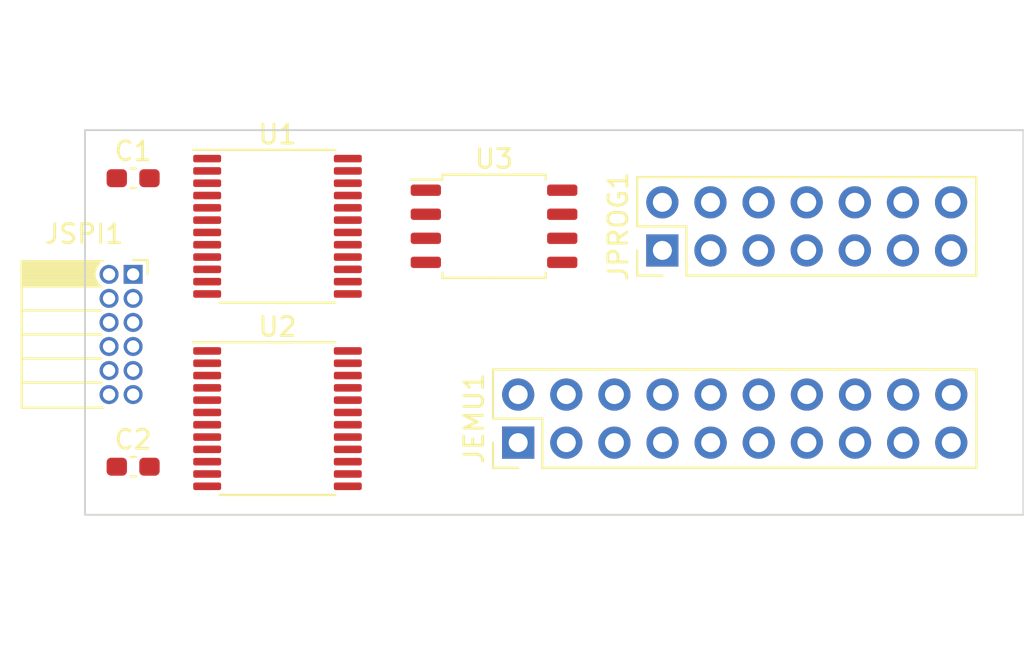
<source format=kicad_pcb>
(kicad_pcb (version 20220211) (generator pcbnew)
  (layers (0 "F.Cu" signal) (31 "B.Cu" signal) (34 "B.Paste" user) (35 "F.Paste" user) (36 "B.SilkS" user "B.Silkscreen") (37 "F.SilkS" user "F.Silkscreen") (38 "B.Mask" user) (39 "F.Mask" user) (44 "Edge.Cuts" user))
  (net 0 "")
  (net 1 "+1V8")
  (net 2 "Net-(JSPI1-DO)")
  (net 3 "Net-(JSPI1-CS#)")
  (net 4 "GND")
  (net 6 "Net-(JSPI1-WP#)")
  (net 7 "Net-(JSPI1-RST#)")
  (net 9 "Net-(JSPI1-CLK)")
  (net 10 "Net-(JSPI1-DI)")
  (net 11 "Net-(U1-NC2)")
  (net 12 "Net-(U1-NC1)")
  (net 14 "Net-(U1-NO1)")
  (net 15 "Net-(U1-NO2)")
  (net 17 "Net-(U1-NO3)")
  (net 18 "Net-(U1-NO6)")
  (net 19 "Net-(U1-NO4)")
  (net 20 "Net-(U1-NO5)")
  (net 21 "Net-(U1-NC5)")
  (net 22 "Net-(U1-NC4)")
  (net 23 "Net-(U1-NC6)")
  (net 24 "Net-(U1-NC3)")
  (footprint "Capacitor_SMD:C_0603_1608Metric_Pad1.08x0.95mm_HandSolder" (layer "F.Cu") (at 124.46 121.92)
    (fp_text reference "C2" (at 0 -1.43) (layer "F.SilkS"))
    (fp_text value "0.1 uF")
    (fp_line (start -0.146267 -0.51) (end 0.146267 -0.51) (stroke (width 0.12)) (layer "F.SilkS"))
    (fp_line (start -0.146267 0.51) (end 0.146267 0.51) (stroke (width 0.12)) (layer "F.SilkS"))
    (pad "1" smd roundrect (at -0.8625 0) (size 1.075 0.95) (layers "F.Cu" "F.Paste" "F.Mask") (net 1 "+1V8"))
    (pad "2" smd roundrect (at 0.8625 0) (size 1.075 0.95) (layers "F.Cu" "F.Paste" "F.Mask") (net 4 "GND"))
  )
  (footprint "Capacitor_SMD:C_0603_1608Metric_Pad1.08x0.95mm_HandSolder" (layer "F.Cu") (at 124.46 106.68)
    (fp_text reference "C1" (at 0 -1.43) (layer "F.SilkS"))
    (fp_text value "0.1 uF")
    (fp_line (start -0.146267 -0.51) (end 0.146267 -0.51) (stroke (width 0.12)) (layer "F.SilkS"))
    (fp_line (start -0.146267 0.51) (end 0.146267 0.51) (stroke (width 0.12)) (layer "F.SilkS"))
    (pad "1" smd roundrect (at -0.8625 0) (size 1.075 0.95) (layers "F.Cu" "F.Paste" "F.Mask") (net 1 "+1V8"))
    (pad "2" smd roundrect (at 0.8625 0) (size 1.075 0.95) (layers "F.Cu" "F.Paste" "F.Mask") (net 4 "GND"))
  )
  (footprint "Package_SO:TSSOP-24_6.1x7.8mm_P0.65mm" (layer "F.Cu") (at 132.08 119.38)
    (fp_text reference "U2" (at 0 -4.85) (layer "F.SilkS"))
    (fp_text value "TS3A27518E")
    (fp_line (start 0 -4.035) (end -4.45 -4.035) (stroke (width 0.12)) (layer "F.SilkS"))
    (fp_line (start 0 -4.035) (end 3.05 -4.035) (stroke (width 0.12)) (layer "F.SilkS"))
    (fp_line (start 0 4.035) (end -3.05 4.035) (stroke (width 0.12)) (layer "F.SilkS"))
    (fp_line (start 0 4.035) (end 3.05 4.035) (stroke (width 0.12)) (layer "F.SilkS"))
    (pad "1" smd roundrect (at -3.7125 -3.575) (size 1.475 0.4) (layers "F.Cu" "F.Paste" "F.Mask"))
    (pad "2" smd roundrect (at -3.7125 -2.925) (size 1.475 0.4) (layers "F.Cu" "F.Paste" "F.Mask"))
    (pad "3" smd roundrect (at -3.7125 -2.275) (size 1.475 0.4) (layers "F.Cu" "F.Paste" "F.Mask"))
    (pad "4" smd roundrect (at -3.7125 -1.625) (size 1.475 0.4) (layers "F.Cu" "F.Paste" "F.Mask") (net 12 "Net-(U1-NC1)"))
    (pad "5" smd roundrect (at -3.7125 -0.975) (size 1.475 0.4) (layers "F.Cu" "F.Paste" "F.Mask") (net 4 "GND"))
    (pad "6" smd roundrect (at -3.7125 -0.325) (size 1.475 0.4) (layers "F.Cu" "F.Paste" "F.Mask") (net 11 "Net-(U1-NC2)"))
    (pad "7" smd roundrect (at -3.7125 0.325) (size 1.475 0.4) (layers "F.Cu" "F.Paste" "F.Mask") (net 24 "Net-(U1-NC3)"))
    (pad "8" smd roundrect (at -3.7125 0.975) (size 1.475 0.4) (layers "F.Cu" "F.Paste" "F.Mask") (net 1 "+1V8"))
    (pad "9" smd roundrect (at -3.7125 1.625) (size 1.475 0.4) (layers "F.Cu" "F.Paste" "F.Mask") (net 22 "Net-(U1-NC4)"))
    (pad "10" smd roundrect (at -3.7125 2.275) (size 1.475 0.4) (layers "F.Cu" "F.Paste" "F.Mask") (net 21 "Net-(U1-NC5)"))
    (pad "11" smd roundrect (at -3.7125 2.925) (size 1.475 0.4) (layers "F.Cu" "F.Paste" "F.Mask"))
    (pad "12" smd roundrect (at -3.7125 3.575) (size 1.475 0.4) (layers "F.Cu" "F.Paste" "F.Mask") (net 23 "Net-(U1-NC6)"))
    (pad "13" smd roundrect (at 3.7125 3.575) (size 1.475 0.4) (layers "F.Cu" "F.Paste" "F.Mask"))
    (pad "14" smd roundrect (at 3.7125 2.925) (size 1.475 0.4) (layers "F.Cu" "F.Paste" "F.Mask"))
    (pad "15" smd roundrect (at 3.7125 2.275) (size 1.475 0.4) (layers "F.Cu" "F.Paste" "F.Mask"))
    (pad "16" smd roundrect (at 3.7125 1.625) (size 1.475 0.4) (layers "F.Cu" "F.Paste" "F.Mask"))
    (pad "17" smd roundrect (at 3.7125 0.975) (size 1.475 0.4) (layers "F.Cu" "F.Paste" "F.Mask"))
    (pad "18" smd roundrect (at 3.7125 0.325) (size 1.475 0.4) (layers "F.Cu" "F.Paste" "F.Mask"))
    (pad "19" smd roundrect (at 3.7125 -0.325) (size 1.475 0.4) (layers "F.Cu" "F.Paste" "F.Mask"))
    (pad "20" smd roundrect (at 3.7125 -0.975) (size 1.475 0.4) (layers "F.Cu" "F.Paste" "F.Mask") (net 4 "GND"))
    (pad "21" smd roundrect (at 3.7125 -1.625) (size 1.475 0.4) (layers "F.Cu" "F.Paste" "F.Mask"))
    (pad "22" smd roundrect (at 3.7125 -2.275) (size 1.475 0.4) (layers "F.Cu" "F.Paste" "F.Mask"))
    (pad "23" smd roundrect (at 3.7125 -2.925) (size 1.475 0.4) (layers "F.Cu" "F.Paste" "F.Mask"))
    (pad "24" smd roundrect (at 3.7125 -3.575) (size 1.475 0.4) (layers "F.Cu" "F.Paste" "F.Mask"))
  )
  (footprint "Connector_PinSocket_1.27mm:PinSocket_2x06_P1.27mm_Horizontal" (layer "F.Cu") (at 124.46 111.76)
    (fp_text reference "JSPI1" (at -2.5925 -2.135) (layer "F.SilkS"))
    (fp_text value "Conn_JSPI1")
    (fp_line (start -5.88 -0.695) (end -5.88 7.045) (stroke (width 0.12)) (layer "F.SilkS"))
    (fp_line (start -5.88 -0.695) (end -1.57753 -0.695) (stroke (width 0.12)) (layer "F.SilkS"))
    (fp_line (start -5.88 -0.575) (end -1.766966 -0.575) (stroke (width 0.12)) (layer "F.SilkS"))
    (fp_line (start -5.88 -0.465) (end -1.871145 -0.465) (stroke (width 0.12)) (layer "F.SilkS"))
    (fp_line (start -5.88 -0.355) (end -1.941993 -0.355) (stroke (width 0.12)) (layer "F.SilkS"))
    (fp_line (start -5.88 -0.245) (end -1.989427 -0.245) (stroke (width 0.12)) (layer "F.SilkS"))
    (fp_line (start -5.88 -0.135) (end -2.017914 -0.135) (stroke (width 0.12)) (layer "F.SilkS"))
    (fp_line (start -5.88 -0.025) (end -2.029589 -0.025) (stroke (width 0.12)) (layer "F.SilkS"))
    (fp_line (start -5.88 0.085) (end -2.025232 0.085) (stroke (width 0.12)) (layer "F.SilkS"))
    (fp_line (start -5.88 0.195) (end -2.004558 0.195) (stroke (width 0.12)) (layer "F.SilkS"))
    (fp_line (start -5.88 0.305) (end -1.966114 0.305) (stroke (width 0.12)) (layer "F.SilkS"))
    (fp_line (start -5.88 0.415) (end -1.906691 0.415) (stroke (width 0.12)) (layer "F.SilkS"))
    (fp_line (start -5.88 0.525) (end -1.819523 0.525) (stroke (width 0.12)) (layer "F.SilkS"))
    (fp_line (start -5.88 0.635) (end -1.687582 0.635) (stroke (width 0.12)) (layer "F.SilkS"))
    (fp_line (start -5.88 1.905) (end -1.687582 1.905) (stroke (width 0.12)) (layer "F.SilkS"))
    (fp_line (start -5.88 3.175) (end -1.687582 3.175) (stroke (width 0.12)) (layer "F.SilkS"))
    (fp_line (start -5.88 4.445) (end -1.687582 4.445) (stroke (width 0.12)) (layer "F.SilkS"))
    (fp_line (start -5.88 5.715) (end -1.687582 5.715) (stroke (width 0.12)) (layer "F.SilkS"))
    (fp_line (start -5.88 7.045) (end -1.57753 7.045) (stroke (width 0.12)) (layer "F.SilkS"))
    (fp_line (start 0 -0.76) (end 0.76 -0.76) (stroke (width 0.12)) (layer "F.SilkS"))
    (fp_line (start 0.76 -0.76) (end 0.76 0) (stroke (width 0.12)) (layer "F.SilkS"))
    (pad "1" thru_hole rect (at 0 0) (size 1 1) (drill 0.65) (layers *.Cu *.Mask) (net 1 "+1V8"))
    (pad "2" thru_hole oval (at -1.27 0) (size 1 1) (drill 0.65) (layers *.Cu *.Mask) (net 2 "Net-(JSPI1-DO)"))
    (pad "3" thru_hole oval (at 0 1.27) (size 1 1) (drill 0.65) (layers *.Cu *.Mask) (net 3 "Net-(JSPI1-CS#)"))
    (pad "4" thru_hole oval (at -1.27 1.27) (size 1 1) (drill 0.65) (layers *.Cu *.Mask) (net 4 "GND"))
    (pad "5" thru_hole oval (at 0 2.54) (size 1 1) (drill 0.65) (layers *.Cu *.Mask))
    (pad "6" thru_hole oval (at -1.27 2.54) (size 1 1) (drill 0.65) (layers *.Cu *.Mask) (net 6 "Net-(JSPI1-WP#)"))
    (pad "7" thru_hole oval (at 0 3.81) (size 1 1) (drill 0.65) (layers *.Cu *.Mask) (net 7 "Net-(JSPI1-RST#)"))
    (pad "8" thru_hole oval (at -1.27 3.81) (size 1 1) (drill 0.65) (layers *.Cu *.Mask))
    (pad "9" thru_hole oval (at 0 5.08) (size 1 1) (drill 0.65) (layers *.Cu *.Mask) (net 4 "GND"))
    (pad "10" thru_hole oval (at -1.27 5.08) (size 1 1) (drill 0.65) (layers *.Cu *.Mask) (net 9 "Net-(JSPI1-CLK)"))
    (pad "11" thru_hole oval (at 0 6.35) (size 1 1) (drill 0.65) (layers *.Cu *.Mask) (net 10 "Net-(JSPI1-DI)"))
    (pad "12" thru_hole oval (at -1.27 6.35) (size 1 1) (drill 0.65) (layers *.Cu *.Mask) (net 1 "+1V8"))
  )
  (footprint "Package_SO:TSSOP-24_6.1x7.8mm_P0.65mm" (layer "F.Cu") (at 132.08 109.22)
    (fp_text reference "U1" (at 0 -4.85) (layer "F.SilkS"))
    (fp_text value "TS3A27518E")
    (fp_line (start 0 -4.035) (end -4.45 -4.035) (stroke (width 0.12)) (layer "F.SilkS"))
    (fp_line (start 0 -4.035) (end 3.05 -4.035) (stroke (width 0.12)) (layer "F.SilkS"))
    (fp_line (start 0 4.035) (end -3.05 4.035) (stroke (width 0.12)) (layer "F.SilkS"))
    (fp_line (start 0 4.035) (end 3.05 4.035) (stroke (width 0.12)) (layer "F.SilkS"))
    (pad "1" smd roundrect (at -3.7125 -3.575) (size 1.475 0.4) (layers "F.Cu" "F.Paste" "F.Mask") (net 11 "Net-(U1-NC2)"))
    (pad "2" smd roundrect (at -3.7125 -2.925) (size 1.475 0.4) (layers "F.Cu" "F.Paste" "F.Mask") (net 12 "Net-(U1-NC1)"))
    (pad "3" smd roundrect (at -3.7125 -2.275) (size 1.475 0.4) (layers "F.Cu" "F.Paste" "F.Mask"))
    (pad "4" smd roundrect (at -3.7125 -1.625) (size 1.475 0.4) (layers "F.Cu" "F.Paste" "F.Mask") (net 2 "Net-(JSPI1-DO)"))
    (pad "5" smd roundrect (at -3.7125 -0.975) (size 1.475 0.4) (layers "F.Cu" "F.Paste" "F.Mask") (net 4 "GND"))
    (pad "6" smd roundrect (at -3.7125 -0.325) (size 1.475 0.4) (layers "F.Cu" "F.Paste" "F.Mask") (net 10 "Net-(JSPI1-DI)"))
    (pad "7" smd roundrect (at -3.7125 0.325) (size 1.475 0.4) (layers "F.Cu" "F.Paste" "F.Mask") (net 9 "Net-(JSPI1-CLK)"))
    (pad "8" smd roundrect (at -3.7125 0.975) (size 1.475 0.4) (layers "F.Cu" "F.Paste" "F.Mask") (net 1 "+1V8"))
    (pad "9" smd roundrect (at -3.7125 1.625) (size 1.475 0.4) (layers "F.Cu" "F.Paste" "F.Mask") (net 7 "Net-(JSPI1-RST#)"))
    (pad "10" smd roundrect (at -3.7125 2.275) (size 1.475 0.4) (layers "F.Cu" "F.Paste" "F.Mask") (net 6 "Net-(JSPI1-WP#)"))
    (pad "11" smd roundrect (at -3.7125 2.925) (size 1.475 0.4) (layers "F.Cu" "F.Paste" "F.Mask") (net 14 "Net-(U1-NO1)"))
    (pad "12" smd roundrect (at -3.7125 3.575) (size 1.475 0.4) (layers "F.Cu" "F.Paste" "F.Mask") (net 3 "Net-(JSPI1-CS#)"))
    (pad "13" smd roundrect (at 3.7125 3.575) (size 1.475 0.4) (layers "F.Cu" "F.Paste" "F.Mask") (net 15 "Net-(U1-NO2)"))
    (pad "14" smd roundrect (at 3.7125 2.925) (size 1.475 0.4) (layers "F.Cu" "F.Paste" "F.Mask"))
    (pad "15" smd roundrect (at 3.7125 2.275) (size 1.475 0.4) (layers "F.Cu" "F.Paste" "F.Mask") (net 17 "Net-(U1-NO3)"))
    (pad "16" smd roundrect (at 3.7125 1.625) (size 1.475 0.4) (layers "F.Cu" "F.Paste" "F.Mask") (net 18 "Net-(U1-NO6)"))
    (pad "17" smd roundrect (at 3.7125 0.975) (size 1.475 0.4) (layers "F.Cu" "F.Paste" "F.Mask") (net 19 "Net-(U1-NO4)"))
    (pad "18" smd roundrect (at 3.7125 0.325) (size 1.475 0.4) (layers "F.Cu" "F.Paste" "F.Mask") (net 20 "Net-(U1-NO5)"))
    (pad "19" smd roundrect (at 3.7125 -0.325) (size 1.475 0.4) (layers "F.Cu" "F.Paste" "F.Mask") (net 21 "Net-(U1-NC5)"))
    (pad "20" smd roundrect (at 3.7125 -0.975) (size 1.475 0.4) (layers "F.Cu" "F.Paste" "F.Mask") (net 4 "GND"))
    (pad "21" smd roundrect (at 3.7125 -1.625) (size 1.475 0.4) (layers "F.Cu" "F.Paste" "F.Mask") (net 22 "Net-(U1-NC4)"))
    (pad "22" smd roundrect (at 3.7125 -2.275) (size 1.475 0.4) (layers "F.Cu" "F.Paste" "F.Mask") (net 23 "Net-(U1-NC6)"))
    (pad "23" smd roundrect (at 3.7125 -2.925) (size 1.475 0.4) (layers "F.Cu" "F.Paste" "F.Mask") (net 24 "Net-(U1-NC3)"))
    (pad "24" smd roundrect (at 3.7125 -3.575) (size 1.475 0.4) (layers "F.Cu" "F.Paste" "F.Mask"))
  )
  (footprint "Package_SO:SOIC-8_5.23x5.23mm_P1.27mm" (layer "F.Cu") (at 143.51 109.22)
    (fp_text reference "U3" (at 0 -3.56) (layer "F.SilkS"))
    (fp_text value "W25Q128JVS")
    (fp_line (start -2.725 -2.725) (end -2.725 -2.465) (stroke (width 0.12)) (layer "F.SilkS"))
    (fp_line (start -2.725 -2.465) (end -4.4 -2.465) (stroke (width 0.12)) (layer "F.SilkS"))
    (fp_line (start -2.725 2.725) (end -2.725 2.465) (stroke (width 0.12)) (layer "F.SilkS"))
    (fp_line (start 0 -2.725) (end -2.725 -2.725) (stroke (width 0.12)) (layer "F.SilkS"))
    (fp_line (start 0 -2.725) (end 2.725 -2.725) (stroke (width 0.12)) (layer "F.SilkS"))
    (fp_line (start 0 2.725) (end -2.725 2.725) (stroke (width 0.12)) (layer "F.SilkS"))
    (fp_line (start 0 2.725) (end 2.725 2.725) (stroke (width 0.12)) (layer "F.SilkS"))
    (fp_line (start 2.725 -2.725) (end 2.725 -2.465) (stroke (width 0.12)) (layer "F.SilkS"))
    (fp_line (start 2.725 2.725) (end 2.725 2.465) (stroke (width 0.12)) (layer "F.SilkS"))
    (pad "1" smd roundrect (at -3.6 -1.905) (size 1.6 0.6) (layers "F.Cu" "F.Paste" "F.Mask") (net 18 "Net-(U1-NO6)"))
    (pad "2" smd roundrect (at -3.6 -0.635) (size 1.6 0.6) (layers "F.Cu" "F.Paste" "F.Mask") (net 14 "Net-(U1-NO1)"))
    (pad "3" smd roundrect (at -3.6 0.635) (size 1.6 0.6) (layers "F.Cu" "F.Paste" "F.Mask") (net 20 "Net-(U1-NO5)"))
    (pad "4" smd roundrect (at -3.6 1.905) (size 1.6 0.6) (layers "F.Cu" "F.Paste" "F.Mask") (net 4 "GND"))
    (pad "5" smd roundrect (at 3.6 1.905) (size 1.6 0.6) (layers "F.Cu" "F.Paste" "F.Mask") (net 15 "Net-(U1-NO2)"))
    (pad "6" smd roundrect (at 3.6 0.635) (size 1.6 0.6) (layers "F.Cu" "F.Paste" "F.Mask") (net 17 "Net-(U1-NO3)"))
    (pad "7" smd roundrect (at 3.6 -0.635) (size 1.6 0.6) (layers "F.Cu" "F.Paste" "F.Mask") (net 19 "Net-(U1-NO4)"))
    (pad "8" smd roundrect (at 3.6 -1.905) (size 1.6 0.6) (layers "F.Cu" "F.Paste" "F.Mask") (net 1 "+1V8"))
  )
  (footprint "Connector_PinHeader_2.54mm:PinHeader_2x07_P2.54mm_Vertical" (layer "F.Cu") (at 152.395 110.495 90)
    (fp_text reference "JPROG1" (at 1.27 -2.33 90) (layer "F.SilkS"))
    (fp_text value "Conn_02x07_Counter_Clockwise")
    (fp_line (start -1.33 -1.33) (end 0 -1.33) (stroke (width 0.12)) (layer "F.SilkS"))
    (fp_line (start -1.33 0) (end -1.33 -1.33) (stroke (width 0.12)) (layer "F.SilkS"))
    (fp_line (start -1.33 1.27) (end -1.33 16.57) (stroke (width 0.12)) (layer "F.SilkS"))
    (fp_line (start -1.33 1.27) (end 1.27 1.27) (stroke (width 0.12)) (layer "F.SilkS"))
    (fp_line (start -1.33 16.57) (end 3.87 16.57) (stroke (width 0.12)) (layer "F.SilkS"))
    (fp_line (start 1.27 -1.33) (end 3.87 -1.33) (stroke (width 0.12)) (layer "F.SilkS"))
    (fp_line (start 1.27 1.27) (end 1.27 -1.33) (stroke (width 0.12)) (layer "F.SilkS"))
    (fp_line (start 3.87 -1.33) (end 3.87 16.57) (stroke (width 0.12)) (layer "F.SilkS"))
    (pad "1" thru_hole rect (at 0 0 90) (size 1.7 1.7) (drill 1) (layers *.Cu *.Mask))
    (pad "2" thru_hole oval (at 2.54 0 90) (size 1.7 1.7) (drill 1) (layers *.Cu *.Mask))
    (pad "3" thru_hole oval (at 0 2.54 90) (size 1.7 1.7) (drill 1) (layers *.Cu *.Mask))
    (pad "4" thru_hole oval (at 2.54 2.54 90) (size 1.7 1.7) (drill 1) (layers *.Cu *.Mask))
    (pad "5" thru_hole oval (at 0 5.08 90) (size 1.7 1.7) (drill 1) (layers *.Cu *.Mask))
    (pad "6" thru_hole oval (at 2.54 5.08 90) (size 1.7 1.7) (drill 1) (layers *.Cu *.Mask))
    (pad "7" thru_hole oval (at 0 7.62 90) (size 1.7 1.7) (drill 1) (layers *.Cu *.Mask))
    (pad "8" thru_hole oval (at 2.54 7.62 90) (size 1.7 1.7) (drill 1) (layers *.Cu *.Mask))
    (pad "9" thru_hole oval (at 0 10.16 90) (size 1.7 1.7) (drill 1) (layers *.Cu *.Mask))
    (pad "10" thru_hole oval (at 2.54 10.16 90) (size 1.7 1.7) (drill 1) (layers *.Cu *.Mask))
    (pad "11" thru_hole oval (at 0 12.7 90) (size 1.7 1.7) (drill 1) (layers *.Cu *.Mask))
    (pad "12" thru_hole oval (at 2.54 12.7 90) (size 1.7 1.7) (drill 1) (layers *.Cu *.Mask))
    (pad "13" thru_hole oval (at 0 15.24 90) (size 1.7 1.7) (drill 1) (layers *.Cu *.Mask))
    (pad "14" thru_hole oval (at 2.54 15.24 90) (size 1.7 1.7) (drill 1) (layers *.Cu *.Mask))
  )
  (footprint "Connector_PinHeader_2.54mm:PinHeader_2x10_P2.54mm_Vertical" (layer "F.Cu") (at 144.785 120.65 90)
    (fp_text reference "JEMU1" (at 1.27 -2.33 90) (layer "F.SilkS"))
    (fp_text value "Conn_02x10_Counter_Clockwise")
    (fp_line (start -1.33 -1.33) (end 0 -1.33) (stroke (width 0.12)) (layer "F.SilkS"))
    (fp_line (start -1.33 0) (end -1.33 -1.33) (stroke (width 0.12)) (layer "F.SilkS"))
    (fp_line (start -1.33 1.27) (end -1.33 24.19) (stroke (width 0.12)) (layer "F.SilkS"))
    (fp_line (start -1.33 1.27) (end 1.27 1.27) (stroke (width 0.12)) (layer "F.SilkS"))
    (fp_line (start -1.33 24.19) (end 3.87 24.19) (stroke (width 0.12)) (layer "F.SilkS"))
    (fp_line (start 1.27 -1.33) (end 3.87 -1.33) (stroke (width 0.12)) (layer "F.SilkS"))
    (fp_line (start 1.27 1.27) (end 1.27 -1.33) (stroke (width 0.12)) (layer "F.SilkS"))
    (fp_line (start 3.87 -1.33) (end 3.87 24.19) (stroke (width 0.12)) (layer "F.SilkS"))
    (pad "1" thru_hole rect (at 0 0 90) (size 1.7 1.7) (drill 1) (layers *.Cu *.Mask))
    (pad "2" thru_hole oval (at 2.54 0 90) (size 1.7 1.7) (drill 1) (layers *.Cu *.Mask))
    (pad "3" thru_hole oval (at 0 2.54 90) (size 1.7 1.7) (drill 1) (layers *.Cu *.Mask))
    (pad "4" thru_hole oval (at 2.54 2.54 90) (size 1.7 1.7) (drill 1) (layers *.Cu *.Mask))
    (pad "5" thru_hole oval (at 0 5.08 90) (size 1.7 1.7) (drill 1) (layers *.Cu *.Mask))
    (pad "6" thru_hole oval (at 2.54 5.08 90) (size 1.7 1.7) (drill 1) (layers *.Cu *.Mask))
    (pad "7" thru_hole oval (at 0 7.62 90) (size 1.7 1.7) (drill 1) (layers *.Cu *.Mask))
    (pad "8" thru_hole oval (at 2.54 7.62 90) (size 1.7 1.7) (drill 1) (layers *.Cu *.Mask))
    (pad "9" thru_hole oval (at 0 10.16 90) (size 1.7 1.7) (drill 1) (layers *.Cu *.Mask))
    (pad "10" thru_hole oval (at 2.54 10.16 90) (size 1.7 1.7) (drill 1) (layers *.Cu *.Mask))
    (pad "11" thru_hole oval (at 0 12.7 90) (size 1.7 1.7) (drill 1) (layers *.Cu *.Mask))
    (pad "12" thru_hole oval (at 2.54 12.7 90) (size 1.7 1.7) (drill 1) (layers *.Cu *.Mask))
    (pad "13" thru_hole oval (at 0 15.24 90) (size 1.7 1.7) (drill 1) (layers *.Cu *.Mask))
    (pad "14" thru_hole oval (at 2.54 15.24 90) (size 1.7 1.7) (drill 1) (layers *.Cu *.Mask))
    (pad "15" thru_hole oval (at 0 17.78 90) (size 1.7 1.7) (drill 1) (layers *.Cu *.Mask))
    (pad "16" thru_hole oval (at 2.54 17.78 90) (size 1.7 1.7) (drill 1) (layers *.Cu *.Mask))
    (pad "17" thru_hole oval (at 0 20.32 90) (size 1.7 1.7) (drill 1) (layers *.Cu *.Mask))
    (pad "18" thru_hole oval (at 2.54 20.32 90) (size 1.7 1.7) (drill 1) (layers *.Cu *.Mask))
    (pad "19" thru_hole oval (at 0 22.86 90) (size 1.7 1.7) (drill 1) (layers *.Cu *.Mask))
    (pad "20" thru_hole oval (at 2.54 22.86 90) (size 1.7 1.7) (drill 1) (layers *.Cu *.Mask))
  )
  (gr_line (start 171.45 124.46) (end 121.92 124.46) (stroke (width 0.1)) (layer "Edge.Cuts"))
  (gr_line (start 121.92 124.46) (end 121.92 104.14) (stroke (width 0.1)) (layer "Edge.Cuts"))
  (gr_line (start 121.92 104.14) (end 171.45 104.14) (stroke (width 0.1)) (layer "Edge.Cuts"))
  (gr_line (start 171.45 104.14) (end 171.45 124.46) (stroke (width 0.1)) (layer "Edge.Cuts"))
)
</source>
